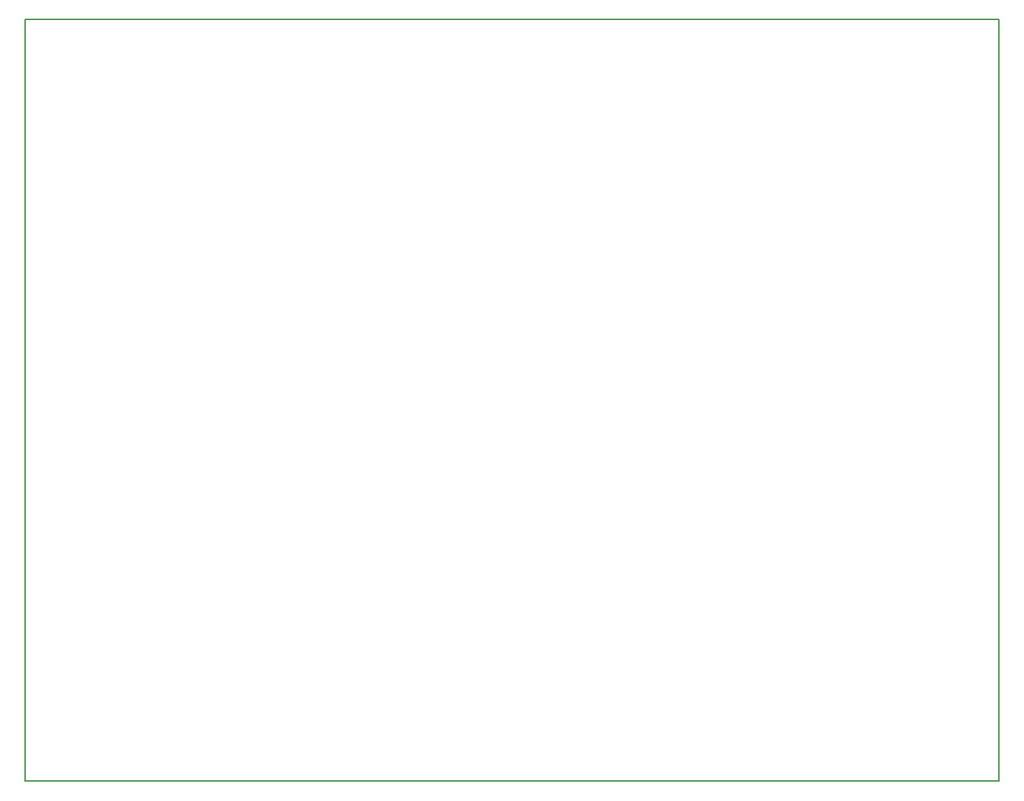
<source format=gbr>
G04 #@! TF.GenerationSoftware,KiCad,Pcbnew,(5.0.1-3-g963ef8bb5)*
G04 #@! TF.CreationDate,2019-09-16T23:21:21-05:00*
G04 #@! TF.ProjectId,smart_home_console,736D6172745F686F6D655F636F6E736F,rev?*
G04 #@! TF.SameCoordinates,Original*
G04 #@! TF.FileFunction,Profile,NP*
%FSLAX46Y46*%
G04 Gerber Fmt 4.6, Leading zero omitted, Abs format (unit mm)*
G04 Created by KiCad (PCBNEW (5.0.1-3-g963ef8bb5)) date Monday, September 16, 2019 at 11:21:21 PM*
%MOMM*%
%LPD*%
G01*
G04 APERTURE LIST*
%ADD10C,0.150000*%
G04 APERTURE END LIST*
D10*
X90000000Y-130000000D02*
X90000000Y-40000000D01*
X205000000Y-130000000D02*
X90000000Y-130000000D01*
X205000000Y-40000000D02*
X205000000Y-130000000D01*
X90000000Y-40000000D02*
X205000000Y-40000000D01*
M02*

</source>
